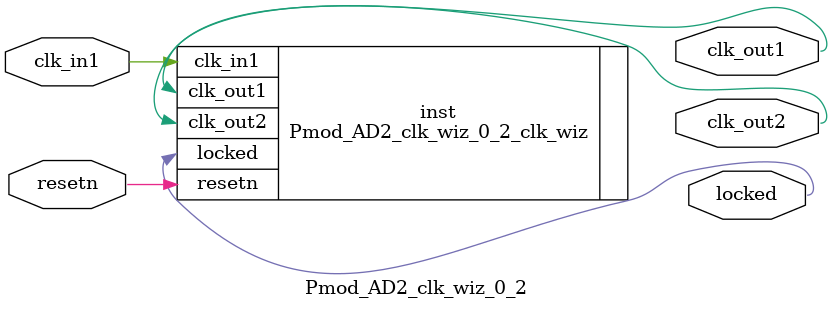
<source format=v>


`timescale 1ps/1ps

(* CORE_GENERATION_INFO = "Pmod_AD2_clk_wiz_0_2,clk_wiz_v6_0_9_0_0,{component_name=Pmod_AD2_clk_wiz_0_2,use_phase_alignment=true,use_min_o_jitter=false,use_max_i_jitter=false,use_dyn_phase_shift=false,use_inclk_switchover=false,use_dyn_reconfig=false,enable_axi=0,feedback_source=FDBK_AUTO,PRIMITIVE=MMCM,num_out_clk=2,clkin1_period=10.000,clkin2_period=10.000,use_power_down=false,use_reset=true,use_locked=true,use_inclk_stopped=false,feedback_type=SINGLE,CLOCK_MGR_TYPE=NA,manual_override=false}" *)

module Pmod_AD2_clk_wiz_0_2 
 (
  // Clock out ports
  output        clk_out1,
  output        clk_out2,
  // Status and control signals
  input         resetn,
  output        locked,
 // Clock in ports
  input         clk_in1
 );

  Pmod_AD2_clk_wiz_0_2_clk_wiz inst
  (
  // Clock out ports  
  .clk_out1(clk_out1),
  .clk_out2(clk_out2),
  // Status and control signals               
  .resetn(resetn), 
  .locked(locked),
 // Clock in ports
  .clk_in1(clk_in1)
  );

endmodule

</source>
